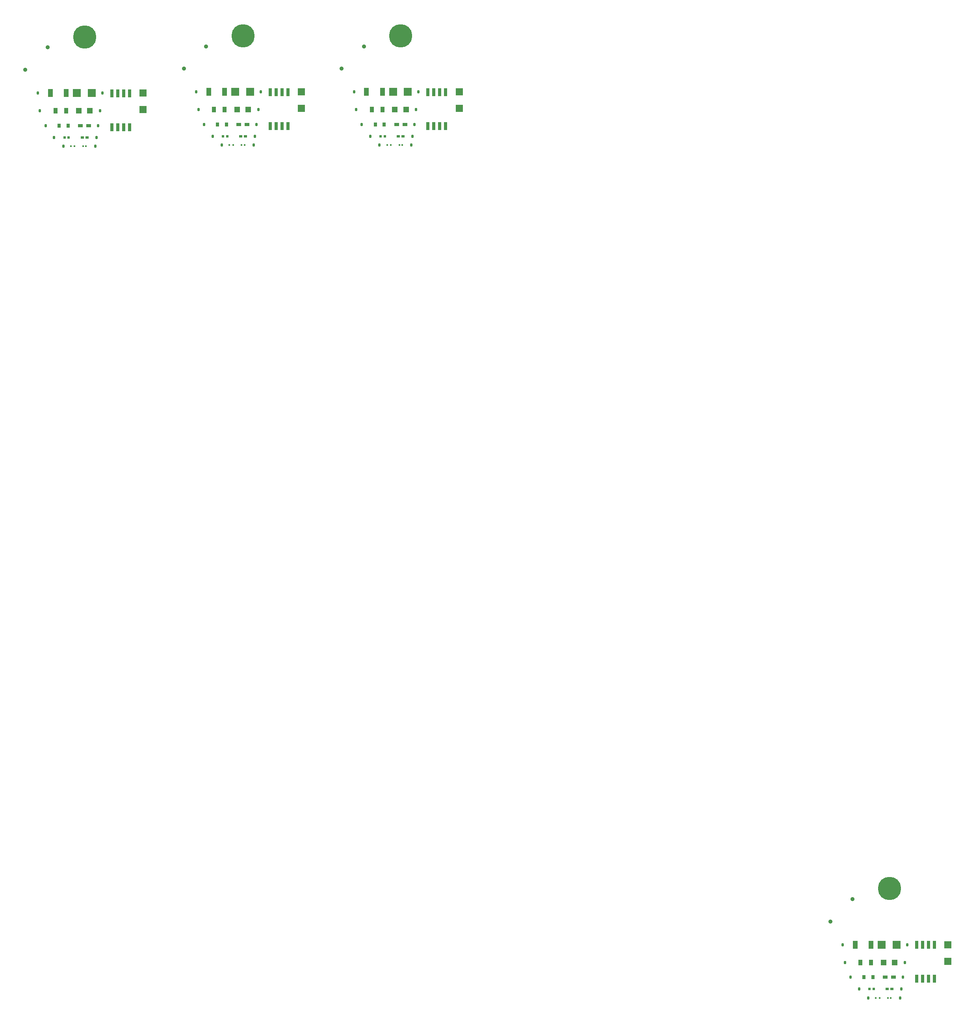
<source format=gts>
%MOIN*%
%OFA0B0*%
%FSLAX46Y46*%
%IPPOS*%
%LPD*%
%ADD10C,0.0039370078740157488*%
%ADD11R,0.015748031496062995X0.015748031496062995*%
%ADD12R,0.027559055118110236X0.023622047244094488*%
%ADD13R,0.066929133858267723X0.0709*%
%ADD14C,0.19685039370078741*%
%ADD15R,0.062992125984251982X0.062992125984251982*%
%ADD16R,0.051181102362204731X0.0472*%
%ADD17R,0.03937007874015748X0.031400000000000004*%
%ADD18R,0.025590551181102365X0.066929133858267723*%
%ADD19O,0.02X0.030000000000000002*%
%ADD20R,0.043307086614173235X0.066929133858267723*%
%ADD21R,0.035433070866141732X0.051181102362204731*%
%ADD22R,0.027559055118110236X0.035433070866141732*%
%ADD23R,0.023622047244094488X0.023622047244094488*%
%ADD24R,0.017716535433070866X0.016929133858267716*%
%ADD25C,0.035433070866141732*%
%ADD36C,0.0039370078740157488*%
%ADD37R,0.015748031496062995X0.015748031496062995*%
%ADD38R,0.027559055118110236X0.023622047244094488*%
%ADD39R,0.066929133858267723X0.0709*%
%ADD40C,0.19685039370078741*%
%ADD41R,0.062992125984251982X0.062992125984251982*%
%ADD42R,0.051181102362204731X0.0472*%
%ADD43R,0.03937007874015748X0.031400000000000004*%
%ADD44R,0.025590551181102365X0.066929133858267723*%
%ADD45O,0.02X0.030000000000000002*%
%ADD46R,0.043307086614173235X0.066929133858267723*%
%ADD47R,0.035433070866141732X0.051181102362204731*%
%ADD48R,0.027559055118110236X0.035433070866141732*%
%ADD49R,0.023622047244094488X0.023622047244094488*%
%ADD50R,0.017716535433070866X0.016929133858267716*%
%ADD51C,0.035433070866141732*%
%ADD52C,0.0039370078740157488*%
%ADD53R,0.015748031496062995X0.015748031496062995*%
%ADD54R,0.027559055118110236X0.023622047244094488*%
%ADD55R,0.066929133858267723X0.0709*%
%ADD56C,0.19685039370078741*%
%ADD57R,0.062992125984251982X0.062992125984251982*%
%ADD58R,0.051181102362204731X0.0472*%
%ADD59R,0.03937007874015748X0.031400000000000004*%
%ADD60R,0.025590551181102365X0.066929133858267723*%
%ADD61O,0.02X0.030000000000000002*%
%ADD62R,0.043307086614173235X0.066929133858267723*%
%ADD63R,0.035433070866141732X0.051181102362204731*%
%ADD64R,0.027559055118110236X0.035433070866141732*%
%ADD65R,0.023622047244094488X0.023622047244094488*%
%ADD66R,0.017716535433070866X0.016929133858267716*%
%ADD67C,0.035433070866141732*%
%ADD68C,0.0039370078740157488*%
%ADD69R,0.015748031496062995X0.015748031496062995*%
%ADD70R,0.027559055118110236X0.023622047244094488*%
%ADD71R,0.066929133858267723X0.0709*%
%ADD72C,0.19685039370078741*%
%ADD73R,0.062992125984251982X0.062992125984251982*%
%ADD74R,0.051181102362204731X0.0472*%
%ADD75R,0.03937007874015748X0.031400000000000004*%
%ADD76R,0.025590551181102365X0.066929133858267723*%
%ADD77O,0.02X0.030000000000000002*%
%ADD78R,0.043307086614173235X0.066929133858267723*%
%ADD79R,0.035433070866141732X0.051181102362204731*%
%ADD80R,0.027559055118110236X0.035433070866141732*%
%ADD81R,0.023622047244094488X0.023622047244094488*%
%ADD82R,0.017716535433070866X0.016929133858267716*%
%ADD83C,0.035433070866141732*%
G01*
D10*
D11*
X-0007703924Y0006320522D02*
X0000484263Y0002245522D03*
X0000507885Y0002245522D03*
D12*
X0000476389Y0002320522D03*
X0000515758Y0002320522D03*
D13*
X0000556074Y0002695522D03*
X0000431074Y0002695522D03*
D14*
X0000496074Y0003170522D03*
D15*
X0000991073Y0002555522D03*
X0000991073Y0002695522D03*
D16*
X0000541074Y0002545522D03*
X0000446074Y0002545522D03*
D17*
X0000531074Y0002420522D03*
X0000461074Y0002420522D03*
D18*
X0000726074Y0002406822D03*
X0000776074Y0002406822D03*
X0000826074Y0002406822D03*
X0000876073Y0002406822D03*
X0000876073Y0002694223D03*
X0000826074Y0002694223D03*
X0000776074Y0002694223D03*
X0000726074Y0002694223D03*
D19*
X0000646074Y0002695522D03*
X0000626074Y0002545522D03*
X0000611074Y0002420522D03*
X0000596074Y0002320522D03*
X0000586074Y0002245522D03*
X0000101074Y0002695522D03*
X0000118574Y0002545522D03*
X0000166074Y0002420522D03*
X0000238574Y0002320522D03*
X0000316074Y0002245522D03*
D20*
X0000341074Y0002695522D03*
X0000206074Y0002695522D03*
D21*
X0000341074Y0002545522D03*
X0000251074Y0002545522D03*
D22*
X0000356074Y0002420522D03*
X0000281074Y0002420522D03*
D23*
X0000361822Y0002320522D03*
X0000326389Y0002320522D03*
D24*
X0000411822Y0002245522D03*
X0000380326Y0002245522D03*
D25*
X0000184170Y0003081731D03*
X-0000005134Y0002892427D03*
G04 next file*
G04 #@! TF.FileFunction,Soldermask,Top*
G04 Gerber Fmt 4.6, Leading zero omitted, Abs format (unit mm)*
G04 Created by KiCad (PCBNEW 4.0.7) date 09/05/18 20:36:06*
G01*
G04 APERTURE LIST*
G04 APERTURE END LIST*
D36*
D37*
X-0006362672Y0006329572D02*
X0001825515Y0002254572D03*
X0001849137Y0002254572D03*
D38*
X0001817641Y0002329572D03*
X0001857011Y0002329572D03*
D39*
X0001897326Y0002704572D03*
X0001772326Y0002704572D03*
D40*
X0001837326Y0003179572D03*
D41*
X0002332326Y0002564572D03*
X0002332326Y0002704572D03*
D42*
X0001882326Y0002554572D03*
X0001787326Y0002554572D03*
D43*
X0001872326Y0002429572D03*
X0001802326Y0002429572D03*
D44*
X0002067326Y0002415871D03*
X0002117326Y0002415871D03*
X0002167326Y0002415871D03*
X0002217326Y0002415871D03*
X0002217326Y0002703273D03*
X0002167326Y0002703273D03*
X0002117326Y0002703273D03*
X0002067326Y0002703273D03*
D45*
X0001987326Y0002704572D03*
X0001967326Y0002554572D03*
X0001952326Y0002429572D03*
X0001937326Y0002329572D03*
X0001927326Y0002254572D03*
X0001442326Y0002704572D03*
X0001459826Y0002554572D03*
X0001507326Y0002429572D03*
X0001579826Y0002329572D03*
X0001657326Y0002254572D03*
D46*
X0001682326Y0002704572D03*
X0001547325Y0002704572D03*
D47*
X0001682326Y0002554572D03*
X0001592326Y0002554572D03*
D48*
X0001697326Y0002429572D03*
X0001622326Y0002429572D03*
D49*
X0001703074Y0002329572D03*
X0001667641Y0002329572D03*
D50*
X0001753074Y0002254572D03*
X0001721578Y0002254572D03*
D51*
X0001525421Y0003090781D03*
X0001336117Y0002901477D03*
G04 next file*
G04 #@! TF.FileFunction,Soldermask,Top*
G04 Gerber Fmt 4.6, Leading zero omitted, Abs format (unit mm)*
G04 Created by KiCad (PCBNEW 4.0.7) date 09/05/18 20:36:06*
G01*
G04 APERTURE LIST*
G04 APERTURE END LIST*
D52*
D53*
X-0005028066Y0006329572D02*
X0003160121Y0002254572D03*
X0003183743Y0002254572D03*
D54*
X0003152247Y0002329572D03*
X0003191617Y0002329572D03*
D55*
X0003231932Y0002704572D03*
X0003106932Y0002704572D03*
D56*
X0003171932Y0003179572D03*
D57*
X0003666932Y0002564572D03*
X0003666932Y0002704572D03*
D58*
X0003216932Y0002554572D03*
X0003121932Y0002554572D03*
D59*
X0003206932Y0002429572D03*
X0003136932Y0002429572D03*
D60*
X0003401932Y0002415871D03*
X0003451932Y0002415871D03*
X0003501932Y0002415871D03*
X0003551932Y0002415871D03*
X0003551932Y0002703273D03*
X0003501932Y0002703273D03*
X0003451932Y0002703273D03*
X0003401932Y0002703273D03*
D61*
X0003321932Y0002704572D03*
X0003301932Y0002554572D03*
X0003286932Y0002429572D03*
X0003271932Y0002329572D03*
X0003261932Y0002254572D03*
X0002776932Y0002704572D03*
X0002794432Y0002554572D03*
X0002841932Y0002429572D03*
X0002914432Y0002329572D03*
X0002991932Y0002254572D03*
D62*
X0003016931Y0002704572D03*
X0002881932Y0002704572D03*
D63*
X0003016931Y0002554572D03*
X0002926932Y0002554572D03*
D64*
X0003031932Y0002429572D03*
X0002956931Y0002429572D03*
D65*
X0003037680Y0002329572D03*
X0003002247Y0002329572D03*
D66*
X0003087680Y0002254572D03*
X0003056184Y0002254572D03*
D67*
X0002860028Y0003090781D03*
X0002670723Y0002901477D03*
G04 next file*
G04 #@! TF.FileFunction,Soldermask,Top*
G04 Gerber Fmt 4.6, Leading zero omitted, Abs format (unit mm)*
G04 Created by KiCad (PCBNEW 4.0.7) date 09/05/18 20:36:06*
G01*
G04 APERTURE LIST*
G04 APERTURE END LIST*
D68*
D69*
X-0000892900Y-0000884200D02*
X0007295287Y-0004959200D03*
X0007318909Y-0004959200D03*
D70*
X0007287413Y-0004884200D03*
X0007326783Y-0004884200D03*
D71*
X0007367098Y-0004509200D03*
X0007242098Y-0004509200D03*
D72*
X0007307098Y-0004034200D03*
D73*
X0007802098Y-0004649200D03*
X0007802098Y-0004509200D03*
D74*
X0007352098Y-0004659200D03*
X0007257098Y-0004659200D03*
D75*
X0007342098Y-0004784200D03*
X0007272098Y-0004784200D03*
D76*
X0007537098Y-0004797901D03*
X0007587098Y-0004797901D03*
X0007637098Y-0004797901D03*
X0007687098Y-0004797901D03*
X0007687098Y-0004510499D03*
X0007637098Y-0004510499D03*
X0007587098Y-0004510499D03*
X0007537098Y-0004510499D03*
D77*
X0007457098Y-0004509200D03*
X0007437098Y-0004659200D03*
X0007422098Y-0004784200D03*
X0007407098Y-0004884200D03*
X0007397098Y-0004959200D03*
X0006912098Y-0004509200D03*
X0006929598Y-0004659200D03*
X0006977098Y-0004784200D03*
X0007049598Y-0004884200D03*
X0007127098Y-0004959200D03*
D78*
X0007152098Y-0004509200D03*
X0007017098Y-0004509200D03*
D79*
X0007152098Y-0004659200D03*
X0007062098Y-0004659200D03*
D80*
X0007167098Y-0004784200D03*
X0007092098Y-0004784200D03*
D81*
X0007172846Y-0004884200D03*
X0007137413Y-0004884200D03*
D82*
X0007222845Y-0004959200D03*
X0007191349Y-0004959200D03*
D83*
X0006995193Y-0004122991D03*
X0006805889Y-0004312295D03*
M02*
</source>
